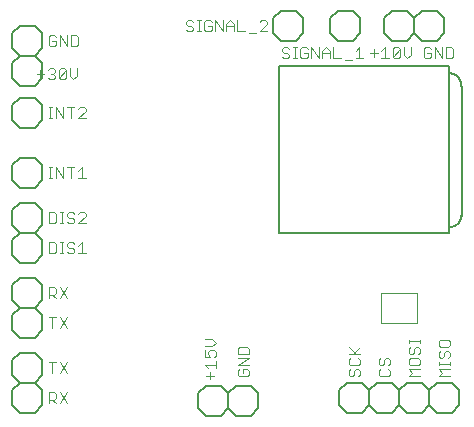
<source format=gto>
G75*
%MOIN*%
%OFA0B0*%
%FSLAX25Y25*%
%IPPOS*%
%LPD*%
%AMOC8*
5,1,8,0,0,1.08239X$1,22.5*
%
%ADD10C,0.00300*%
%ADD11C,0.00600*%
%ADD12C,0.00079*%
%ADD13C,0.00000*%
%ADD14C,0.00394*%
%ADD15C,0.00500*%
D10*
X0024950Y0016950D02*
X0024950Y0020653D01*
X0026802Y0020653D01*
X0027419Y0020036D01*
X0027419Y0018802D01*
X0026802Y0018184D01*
X0024950Y0018184D01*
X0026184Y0018184D02*
X0027419Y0016950D01*
X0028633Y0016950D02*
X0031102Y0020653D01*
X0028633Y0020653D02*
X0031102Y0016950D01*
X0031102Y0026950D02*
X0028633Y0030653D01*
X0027419Y0030653D02*
X0024950Y0030653D01*
X0026184Y0030653D02*
X0026184Y0026950D01*
X0028633Y0026950D02*
X0031102Y0030653D01*
X0031102Y0041950D02*
X0028633Y0045653D01*
X0027419Y0045653D02*
X0024950Y0045653D01*
X0026184Y0045653D02*
X0026184Y0041950D01*
X0028633Y0041950D02*
X0031102Y0045653D01*
X0031102Y0051950D02*
X0028633Y0055653D01*
X0027419Y0055036D02*
X0027419Y0053802D01*
X0026802Y0053184D01*
X0024950Y0053184D01*
X0024950Y0051950D02*
X0024950Y0055653D01*
X0026802Y0055653D01*
X0027419Y0055036D01*
X0026184Y0053184D02*
X0027419Y0051950D01*
X0028633Y0051950D02*
X0031102Y0055653D01*
X0031706Y0066950D02*
X0031089Y0067567D01*
X0031706Y0066950D02*
X0032940Y0066950D01*
X0033557Y0067567D01*
X0033557Y0068184D01*
X0032940Y0068802D01*
X0031706Y0068802D01*
X0031089Y0069419D01*
X0031089Y0070036D01*
X0031706Y0070653D01*
X0032940Y0070653D01*
X0033557Y0070036D01*
X0034772Y0069419D02*
X0036006Y0070653D01*
X0036006Y0066950D01*
X0034772Y0066950D02*
X0037240Y0066950D01*
X0029868Y0066950D02*
X0028633Y0066950D01*
X0029250Y0066950D02*
X0029250Y0070653D01*
X0028633Y0070653D02*
X0029868Y0070653D01*
X0027419Y0070036D02*
X0027419Y0067567D01*
X0026802Y0066950D01*
X0024950Y0066950D01*
X0024950Y0070653D01*
X0026802Y0070653D01*
X0027419Y0070036D01*
X0026802Y0076950D02*
X0024950Y0076950D01*
X0024950Y0080653D01*
X0026802Y0080653D01*
X0027419Y0080036D01*
X0027419Y0077567D01*
X0026802Y0076950D01*
X0028633Y0076950D02*
X0029868Y0076950D01*
X0029250Y0076950D02*
X0029250Y0080653D01*
X0028633Y0080653D02*
X0029868Y0080653D01*
X0031089Y0080036D02*
X0031089Y0079419D01*
X0031706Y0078802D01*
X0032940Y0078802D01*
X0033557Y0078184D01*
X0033557Y0077567D01*
X0032940Y0076950D01*
X0031706Y0076950D01*
X0031089Y0077567D01*
X0031089Y0080036D02*
X0031706Y0080653D01*
X0032940Y0080653D01*
X0033557Y0080036D01*
X0034772Y0080036D02*
X0035389Y0080653D01*
X0036623Y0080653D01*
X0037240Y0080036D01*
X0037240Y0079419D01*
X0034772Y0076950D01*
X0037240Y0076950D01*
X0037240Y0091950D02*
X0034772Y0091950D01*
X0036006Y0091950D02*
X0036006Y0095653D01*
X0034772Y0094419D01*
X0033557Y0095653D02*
X0031089Y0095653D01*
X0029874Y0095653D02*
X0029874Y0091950D01*
X0027405Y0095653D01*
X0027405Y0091950D01*
X0026184Y0091950D02*
X0024950Y0091950D01*
X0025567Y0091950D02*
X0025567Y0095653D01*
X0024950Y0095653D02*
X0026184Y0095653D01*
X0032323Y0095653D02*
X0032323Y0091950D01*
X0032323Y0111950D02*
X0032323Y0115653D01*
X0031089Y0115653D02*
X0033557Y0115653D01*
X0034772Y0115036D02*
X0035389Y0115653D01*
X0036623Y0115653D01*
X0037240Y0115036D01*
X0037240Y0114419D01*
X0034772Y0111950D01*
X0037240Y0111950D01*
X0029874Y0111950D02*
X0029874Y0115653D01*
X0027405Y0115653D02*
X0027405Y0111950D01*
X0026184Y0111950D02*
X0024950Y0111950D01*
X0025567Y0111950D02*
X0025567Y0115653D01*
X0024950Y0115653D02*
X0026184Y0115653D01*
X0027405Y0115653D02*
X0029874Y0111950D01*
X0030168Y0124950D02*
X0028933Y0124950D01*
X0028316Y0125567D01*
X0030785Y0128036D01*
X0030785Y0125567D01*
X0030168Y0124950D01*
X0028316Y0125567D02*
X0028316Y0128036D01*
X0028933Y0128653D01*
X0030168Y0128653D01*
X0030785Y0128036D01*
X0031999Y0128653D02*
X0031999Y0126184D01*
X0033234Y0124950D01*
X0034468Y0126184D01*
X0034468Y0128653D01*
X0027102Y0128036D02*
X0027102Y0127419D01*
X0026485Y0126802D01*
X0027102Y0126184D01*
X0027102Y0125567D01*
X0026485Y0124950D01*
X0025250Y0124950D01*
X0024633Y0125567D01*
X0023419Y0126802D02*
X0020950Y0126802D01*
X0022184Y0128036D02*
X0022184Y0125567D01*
X0024633Y0128036D02*
X0025250Y0128653D01*
X0026485Y0128653D01*
X0027102Y0128036D01*
X0026485Y0126802D02*
X0025868Y0126802D01*
X0025567Y0135950D02*
X0026802Y0135950D01*
X0027419Y0136567D01*
X0027419Y0137802D01*
X0026184Y0137802D01*
X0024950Y0139036D02*
X0024950Y0136567D01*
X0025567Y0135950D01*
X0028633Y0135950D02*
X0028633Y0139653D01*
X0031102Y0135950D01*
X0031102Y0139653D01*
X0032316Y0139653D02*
X0034168Y0139653D01*
X0034785Y0139036D01*
X0034785Y0136567D01*
X0034168Y0135950D01*
X0032316Y0135950D01*
X0032316Y0139653D01*
X0027419Y0139036D02*
X0026802Y0139653D01*
X0025567Y0139653D01*
X0024950Y0139036D01*
X0070713Y0141567D02*
X0071330Y0140950D01*
X0072564Y0140950D01*
X0073181Y0141567D01*
X0073181Y0142184D01*
X0072564Y0142802D01*
X0071330Y0142802D01*
X0070713Y0143419D01*
X0070713Y0144036D01*
X0071330Y0144653D01*
X0072564Y0144653D01*
X0073181Y0144036D01*
X0074396Y0144653D02*
X0075630Y0144653D01*
X0075013Y0144653D02*
X0075013Y0140950D01*
X0074396Y0140950D02*
X0075630Y0140950D01*
X0076851Y0141567D02*
X0077468Y0140950D01*
X0078703Y0140950D01*
X0079320Y0141567D01*
X0079320Y0142802D01*
X0078085Y0142802D01*
X0076851Y0144036D02*
X0076851Y0141567D01*
X0076851Y0144036D02*
X0077468Y0144653D01*
X0078703Y0144653D01*
X0079320Y0144036D01*
X0080534Y0144653D02*
X0083003Y0140950D01*
X0083003Y0144653D01*
X0084217Y0143419D02*
X0085452Y0144653D01*
X0086686Y0143419D01*
X0086686Y0140950D01*
X0087901Y0140950D02*
X0090369Y0140950D01*
X0091584Y0140333D02*
X0094052Y0140333D01*
X0095267Y0140950D02*
X0097736Y0143419D01*
X0097736Y0144036D01*
X0097118Y0144653D01*
X0095884Y0144653D01*
X0095267Y0144036D01*
X0095267Y0140950D02*
X0097736Y0140950D01*
X0103330Y0135653D02*
X0102713Y0135036D01*
X0102713Y0134419D01*
X0103330Y0133802D01*
X0104564Y0133802D01*
X0105181Y0133184D01*
X0105181Y0132567D01*
X0104564Y0131950D01*
X0103330Y0131950D01*
X0102713Y0132567D01*
X0103330Y0135653D02*
X0104564Y0135653D01*
X0105181Y0135036D01*
X0106396Y0135653D02*
X0107630Y0135653D01*
X0107013Y0135653D02*
X0107013Y0131950D01*
X0106396Y0131950D02*
X0107630Y0131950D01*
X0108851Y0132567D02*
X0109468Y0131950D01*
X0110703Y0131950D01*
X0111320Y0132567D01*
X0111320Y0133802D01*
X0110085Y0133802D01*
X0108851Y0135036D02*
X0108851Y0132567D01*
X0108851Y0135036D02*
X0109468Y0135653D01*
X0110703Y0135653D01*
X0111320Y0135036D01*
X0112534Y0135653D02*
X0115003Y0131950D01*
X0115003Y0135653D01*
X0116217Y0134419D02*
X0117452Y0135653D01*
X0118686Y0134419D01*
X0118686Y0131950D01*
X0119901Y0131950D02*
X0122369Y0131950D01*
X0123584Y0131333D02*
X0126052Y0131333D01*
X0127267Y0131950D02*
X0129736Y0131950D01*
X0128501Y0131950D02*
X0128501Y0135653D01*
X0127267Y0134419D01*
X0132217Y0133802D02*
X0134686Y0133802D01*
X0135901Y0134419D02*
X0137135Y0135653D01*
X0137135Y0131950D01*
X0135901Y0131950D02*
X0138369Y0131950D01*
X0139584Y0132567D02*
X0142052Y0135036D01*
X0142052Y0132567D01*
X0141435Y0131950D01*
X0140201Y0131950D01*
X0139584Y0132567D01*
X0139584Y0135036D01*
X0140201Y0135653D01*
X0141435Y0135653D01*
X0142052Y0135036D01*
X0143267Y0135653D02*
X0143267Y0133184D01*
X0144501Y0131950D01*
X0145736Y0133184D01*
X0145736Y0135653D01*
X0149950Y0135036D02*
X0149950Y0132567D01*
X0150567Y0131950D01*
X0151802Y0131950D01*
X0152419Y0132567D01*
X0152419Y0133802D01*
X0151184Y0133802D01*
X0149950Y0135036D02*
X0150567Y0135653D01*
X0151802Y0135653D01*
X0152419Y0135036D01*
X0153633Y0135653D02*
X0156102Y0131950D01*
X0156102Y0135653D01*
X0157316Y0135653D02*
X0159168Y0135653D01*
X0159785Y0135036D01*
X0159785Y0132567D01*
X0159168Y0131950D01*
X0157316Y0131950D01*
X0157316Y0135653D01*
X0153633Y0135653D02*
X0153633Y0131950D01*
X0133452Y0132567D02*
X0133452Y0135036D01*
X0119901Y0135653D02*
X0119901Y0131950D01*
X0118686Y0133802D02*
X0116217Y0133802D01*
X0116217Y0134419D02*
X0116217Y0131950D01*
X0112534Y0131950D02*
X0112534Y0135653D01*
X0087901Y0140950D02*
X0087901Y0144653D01*
X0086686Y0142802D02*
X0084217Y0142802D01*
X0084217Y0143419D02*
X0084217Y0140950D01*
X0080534Y0140950D02*
X0080534Y0144653D01*
X0079416Y0038468D02*
X0076947Y0038468D01*
X0076947Y0035999D02*
X0079416Y0035999D01*
X0080650Y0037234D01*
X0079416Y0038468D01*
X0078798Y0034785D02*
X0080033Y0034785D01*
X0080650Y0034168D01*
X0080650Y0032933D01*
X0080033Y0032316D01*
X0078798Y0032316D02*
X0078181Y0033551D01*
X0078181Y0034168D01*
X0078798Y0034785D01*
X0076947Y0034785D02*
X0076947Y0032316D01*
X0078798Y0032316D01*
X0080650Y0031102D02*
X0080650Y0028633D01*
X0080650Y0029868D02*
X0076947Y0029868D01*
X0078181Y0028633D01*
X0078798Y0027419D02*
X0078798Y0024950D01*
X0077564Y0026184D02*
X0080033Y0026184D01*
X0087947Y0026567D02*
X0088564Y0025950D01*
X0091033Y0025950D01*
X0091650Y0026567D01*
X0091650Y0027802D01*
X0091033Y0028419D01*
X0089798Y0028419D01*
X0089798Y0027184D01*
X0088564Y0028419D02*
X0087947Y0027802D01*
X0087947Y0026567D01*
X0087947Y0029633D02*
X0091650Y0032102D01*
X0087947Y0032102D01*
X0087947Y0033316D02*
X0087947Y0035168D01*
X0088564Y0035785D01*
X0091033Y0035785D01*
X0091650Y0035168D01*
X0091650Y0033316D01*
X0087947Y0033316D01*
X0087947Y0029633D02*
X0091650Y0029633D01*
X0124947Y0030250D02*
X0125564Y0029633D01*
X0128033Y0029633D01*
X0128650Y0030250D01*
X0128650Y0031485D01*
X0128033Y0032102D01*
X0128650Y0033316D02*
X0124947Y0033316D01*
X0125564Y0032102D02*
X0124947Y0031485D01*
X0124947Y0030250D01*
X0125564Y0028419D02*
X0124947Y0027802D01*
X0124947Y0026567D01*
X0125564Y0025950D01*
X0126181Y0025950D01*
X0126798Y0026567D01*
X0126798Y0027802D01*
X0127416Y0028419D01*
X0128033Y0028419D01*
X0128650Y0027802D01*
X0128650Y0026567D01*
X0128033Y0025950D01*
X0134947Y0026567D02*
X0135564Y0025950D01*
X0138033Y0025950D01*
X0138650Y0026567D01*
X0138650Y0027802D01*
X0138033Y0028419D01*
X0138033Y0029633D02*
X0138650Y0030250D01*
X0138650Y0031485D01*
X0138033Y0032102D01*
X0137416Y0032102D01*
X0136798Y0031485D01*
X0136798Y0030250D01*
X0136181Y0029633D01*
X0135564Y0029633D01*
X0134947Y0030250D01*
X0134947Y0031485D01*
X0135564Y0032102D01*
X0135564Y0028419D02*
X0134947Y0027802D01*
X0134947Y0026567D01*
X0127416Y0033316D02*
X0124947Y0035785D01*
X0126798Y0033933D02*
X0128650Y0035785D01*
X0144947Y0035168D02*
X0144947Y0033933D01*
X0145564Y0033316D01*
X0146181Y0033316D01*
X0146798Y0033933D01*
X0146798Y0035168D01*
X0147416Y0035785D01*
X0148033Y0035785D01*
X0148650Y0035168D01*
X0148650Y0033933D01*
X0148033Y0033316D01*
X0148033Y0032102D02*
X0145564Y0032102D01*
X0144947Y0031485D01*
X0144947Y0030250D01*
X0145564Y0029633D01*
X0148033Y0029633D01*
X0148650Y0030250D01*
X0148650Y0031485D01*
X0148033Y0032102D01*
X0148650Y0028419D02*
X0144947Y0028419D01*
X0146181Y0027184D01*
X0144947Y0025950D01*
X0148650Y0025950D01*
X0154947Y0025950D02*
X0156181Y0027184D01*
X0154947Y0028419D01*
X0158650Y0028419D01*
X0158650Y0029633D02*
X0158650Y0030868D01*
X0158650Y0030250D02*
X0154947Y0030250D01*
X0154947Y0029633D02*
X0154947Y0030868D01*
X0155564Y0032089D02*
X0156181Y0032089D01*
X0156798Y0032706D01*
X0156798Y0033940D01*
X0157416Y0034557D01*
X0158033Y0034557D01*
X0158650Y0033940D01*
X0158650Y0032706D01*
X0158033Y0032089D01*
X0155564Y0032089D02*
X0154947Y0032706D01*
X0154947Y0033940D01*
X0155564Y0034557D01*
X0155564Y0035772D02*
X0158033Y0035772D01*
X0158650Y0036389D01*
X0158650Y0037623D01*
X0158033Y0038240D01*
X0155564Y0038240D01*
X0154947Y0037623D01*
X0154947Y0036389D01*
X0155564Y0035772D01*
X0148650Y0036999D02*
X0148650Y0038234D01*
X0148650Y0037617D02*
X0144947Y0037617D01*
X0144947Y0038234D02*
X0144947Y0036999D01*
X0145564Y0035785D02*
X0144947Y0035168D01*
X0154947Y0025950D02*
X0158650Y0025950D01*
D11*
X0015300Y0013800D02*
X0012800Y0016300D01*
X0012800Y0021300D01*
X0015300Y0023800D01*
X0012800Y0026300D01*
X0012800Y0031300D01*
X0015300Y0033800D01*
X0020300Y0033800D01*
X0022800Y0031300D01*
X0022800Y0026300D01*
X0020300Y0023800D01*
X0022800Y0021300D01*
X0022800Y0016300D01*
X0020300Y0013800D01*
X0015300Y0013800D01*
X0015300Y0023800D02*
X0020300Y0023800D01*
X0020300Y0038800D02*
X0015300Y0038800D01*
X0012800Y0041300D01*
X0012800Y0046300D01*
X0015300Y0048800D01*
X0012800Y0051300D01*
X0012800Y0056300D01*
X0015300Y0058800D01*
X0020300Y0058800D01*
X0022800Y0056300D01*
X0022800Y0051300D01*
X0020300Y0048800D01*
X0022800Y0046300D01*
X0022800Y0041300D01*
X0020300Y0038800D01*
X0020300Y0048800D02*
X0015300Y0048800D01*
X0015300Y0063800D02*
X0012800Y0066300D01*
X0012800Y0071300D01*
X0015300Y0073800D01*
X0012800Y0076300D01*
X0012800Y0081300D01*
X0015300Y0083800D01*
X0020300Y0083800D01*
X0022800Y0081300D01*
X0022800Y0076300D01*
X0020300Y0073800D01*
X0022800Y0071300D01*
X0022800Y0066300D01*
X0020300Y0063800D01*
X0015300Y0063800D01*
X0015300Y0073800D02*
X0020300Y0073800D01*
X0020300Y0088800D02*
X0015300Y0088800D01*
X0012800Y0091300D01*
X0012800Y0096300D01*
X0015300Y0098800D01*
X0020300Y0098800D01*
X0022800Y0096300D01*
X0022800Y0091300D01*
X0020300Y0088800D01*
X0020300Y0108800D02*
X0015300Y0108800D01*
X0012800Y0111300D01*
X0012800Y0116300D01*
X0015300Y0118800D01*
X0020300Y0118800D01*
X0022800Y0116300D01*
X0022800Y0111300D01*
X0020300Y0108800D01*
X0020300Y0122800D02*
X0015300Y0122800D01*
X0012800Y0125300D01*
X0012800Y0130300D01*
X0015300Y0132800D01*
X0012800Y0135300D01*
X0012800Y0140300D01*
X0015300Y0142800D01*
X0020300Y0142800D01*
X0022800Y0140300D01*
X0022800Y0135300D01*
X0020300Y0132800D01*
X0022800Y0130300D01*
X0022800Y0125300D01*
X0020300Y0122800D01*
X0020300Y0132800D02*
X0015300Y0132800D01*
X0099800Y0140300D02*
X0102300Y0137800D01*
X0107300Y0137800D01*
X0109800Y0140300D01*
X0109800Y0145300D01*
X0107300Y0147800D01*
X0102300Y0147800D01*
X0099800Y0145300D01*
X0099800Y0140300D01*
X0118800Y0140300D02*
X0121300Y0137800D01*
X0126300Y0137800D01*
X0128800Y0140300D01*
X0128800Y0145300D01*
X0126300Y0147800D01*
X0121300Y0147800D01*
X0118800Y0145300D01*
X0118800Y0140300D01*
X0136800Y0140300D02*
X0139300Y0137800D01*
X0144300Y0137800D01*
X0146800Y0140300D01*
X0149300Y0137800D01*
X0154300Y0137800D01*
X0156800Y0140300D01*
X0156800Y0145300D01*
X0154300Y0147800D01*
X0149300Y0147800D01*
X0146800Y0145300D01*
X0146800Y0140300D01*
X0146800Y0145300D02*
X0144300Y0147800D01*
X0139300Y0147800D01*
X0136800Y0145300D01*
X0136800Y0140300D01*
X0134300Y0023800D02*
X0139300Y0023800D01*
X0141800Y0021300D01*
X0144300Y0023800D01*
X0149300Y0023800D01*
X0151800Y0021300D01*
X0154300Y0023800D01*
X0159300Y0023800D01*
X0161800Y0021300D01*
X0161800Y0016300D01*
X0159300Y0013800D01*
X0154300Y0013800D01*
X0151800Y0016300D01*
X0149300Y0013800D01*
X0144300Y0013800D01*
X0141800Y0016300D01*
X0141800Y0021300D01*
X0141800Y0016300D02*
X0139300Y0013800D01*
X0134300Y0013800D01*
X0131800Y0016300D01*
X0129300Y0013800D01*
X0124300Y0013800D01*
X0121800Y0016300D01*
X0121800Y0021300D01*
X0124300Y0023800D01*
X0129300Y0023800D01*
X0131800Y0021300D01*
X0134300Y0023800D01*
X0131800Y0021300D02*
X0131800Y0016300D01*
X0151800Y0016300D02*
X0151800Y0021300D01*
X0094800Y0020300D02*
X0094800Y0015300D01*
X0092300Y0012800D01*
X0087300Y0012800D01*
X0084800Y0015300D01*
X0082300Y0012800D01*
X0077300Y0012800D01*
X0074800Y0015300D01*
X0074800Y0020300D01*
X0077300Y0022800D01*
X0082300Y0022800D01*
X0084800Y0020300D01*
X0087300Y0022800D01*
X0092300Y0022800D01*
X0094800Y0020300D01*
X0084800Y0020300D02*
X0084800Y0015300D01*
D12*
X0147902Y0046241D03*
D13*
X0147706Y0043879D02*
X0135894Y0043879D01*
X0135894Y0053721D01*
X0147706Y0053721D01*
X0147706Y0043879D01*
D14*
X0094831Y0108800D03*
X0040769Y0069800D03*
D15*
X0101800Y0073643D02*
X0101800Y0129351D01*
X0158493Y0129351D01*
X0158493Y0073643D01*
X0101800Y0073643D01*
X0158550Y0075800D02*
X0158676Y0075802D01*
X0158801Y0075808D01*
X0158926Y0075818D01*
X0159051Y0075832D01*
X0159176Y0075849D01*
X0159300Y0075871D01*
X0159423Y0075896D01*
X0159545Y0075926D01*
X0159666Y0075959D01*
X0159786Y0075996D01*
X0159905Y0076036D01*
X0160022Y0076081D01*
X0160139Y0076129D01*
X0160253Y0076181D01*
X0160366Y0076236D01*
X0160477Y0076295D01*
X0160586Y0076357D01*
X0160693Y0076423D01*
X0160798Y0076492D01*
X0160901Y0076564D01*
X0161002Y0076639D01*
X0161100Y0076718D01*
X0161195Y0076800D01*
X0161288Y0076884D01*
X0161378Y0076972D01*
X0161466Y0077062D01*
X0161550Y0077155D01*
X0161632Y0077250D01*
X0161711Y0077348D01*
X0161786Y0077449D01*
X0161858Y0077552D01*
X0161927Y0077657D01*
X0161993Y0077764D01*
X0162055Y0077873D01*
X0162114Y0077984D01*
X0162169Y0078097D01*
X0162221Y0078211D01*
X0162269Y0078328D01*
X0162314Y0078445D01*
X0162354Y0078564D01*
X0162391Y0078684D01*
X0162424Y0078805D01*
X0162454Y0078927D01*
X0162479Y0079050D01*
X0162501Y0079174D01*
X0162518Y0079299D01*
X0162532Y0079424D01*
X0162542Y0079549D01*
X0162548Y0079674D01*
X0162550Y0079800D01*
X0162627Y0079548D02*
X0162627Y0122855D01*
X0162550Y0122800D02*
X0162552Y0122927D01*
X0162550Y0123054D01*
X0162544Y0123181D01*
X0162534Y0123308D01*
X0162520Y0123434D01*
X0162503Y0123560D01*
X0162481Y0123685D01*
X0162456Y0123810D01*
X0162427Y0123934D01*
X0162394Y0124056D01*
X0162357Y0124178D01*
X0162317Y0124299D01*
X0162273Y0124418D01*
X0162225Y0124536D01*
X0162173Y0124652D01*
X0162118Y0124766D01*
X0162060Y0124879D01*
X0161998Y0124990D01*
X0161933Y0125099D01*
X0161864Y0125206D01*
X0161792Y0125311D01*
X0161717Y0125414D01*
X0161639Y0125514D01*
X0161558Y0125612D01*
X0161473Y0125707D01*
X0161386Y0125799D01*
X0161296Y0125889D01*
X0161204Y0125976D01*
X0161109Y0126060D01*
X0161011Y0126142D01*
X0160910Y0126220D01*
X0160808Y0126295D01*
X0160703Y0126366D01*
X0160596Y0126435D01*
X0160487Y0126500D01*
X0160376Y0126562D01*
X0160263Y0126620D01*
X0160148Y0126675D01*
X0160032Y0126726D01*
X0159914Y0126774D01*
X0159795Y0126818D01*
X0159674Y0126858D01*
X0159552Y0126895D01*
X0159430Y0126928D01*
X0159306Y0126957D01*
X0159181Y0126982D01*
X0159056Y0127003D01*
X0158930Y0127021D01*
X0158804Y0127035D01*
X0158677Y0127044D01*
X0158550Y0127050D01*
M02*

</source>
